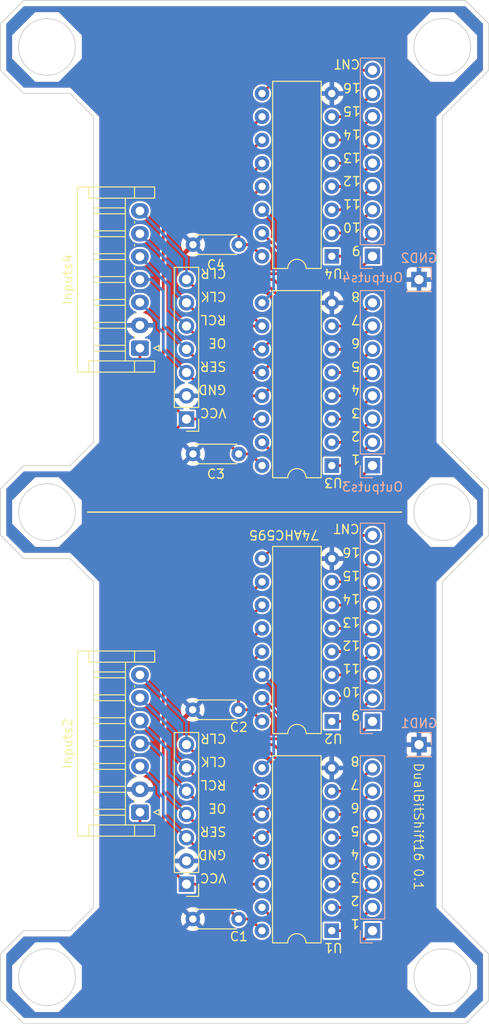
<source format=kicad_pcb>
(kicad_pcb (version 20221018) (generator pcbnew)
  (layers (0 "F.Cu" signal) (31 "B.Cu" signal) (34 "B.Paste" user) (35 "F.Paste" user) (36 "B.SilkS" user "B.Silkscreen") (37 "F.SilkS" user "F.Silkscreen") (38 "B.Mask" user) (39 "F.Mask" user) (44 "Edge.Cuts" user))
  (net 0 "")
  (net 1 "InputSer1")
  (net 2 "OutputEnable1")
  (net 3 "StoreWritten1")
  (net 4 "Clock1")
  (net 5 "Clear1")
  (net 6 "InputSer2")
  (net 7 "OutputEnable2")
  (net 8 "GND")
  (net 9 "StoreWritten2")
  (net 10 "Clock2")
  (net 11 "Clear2")
  (net 12 "Output1_1")
  (net 13 "Output1_2")
  (net 14 "Output1_3")
  (net 15 "+3.3V")
  (net 16 "Output1_4")
  (net 17 "Output1_5")
  (net 18 "Output1_6")
  (net 19 "Output1_7")
  (net 20 "Output1_8")
  (net 21 "Output1_9")
  (net 22 "Output1_10")
  (net 23 "Output1_11")
  (net 24 "Output1_12")
  (net 25 "Output1_13")
  (net 26 "Output1_14")
  (net 27 "Output1_15")
  (net 28 "Output1_16")
  (net 29 "OutputContinuation1_2")
  (net 30 "Output2_1")
  (net 31 "Output2_2")
  (net 32 "Output2_3")
  (net 33 "Output2_4")
  (net 34 "Output2_5")
  (net 35 "Output2_6")
  (net 36 "Output2_7")
  (net 37 "Output2_8")
  (net 38 "Output2_9")
  (net 39 "Output2_10")
  (net 40 "Output2_11")
  (net 41 "Output2_12")
  (net 42 "Output2_13")
  (net 43 "Output2_14")
  (net 44 "Output2_15")
  (net 45 "Output2_16")
  (net 46 "OutputContinuation2_2")
  (net 47 "OutputContinuation1_1")
  (net 48 "OutputContinuation2_1")
  (footprint "Capacitor_THT:C_Disc_D4.3mm_W1.9mm_P5.00mm" (layer "F.Cu") (at 46.355 69.85 180)
    (fp_text reference "C3" (at 2.5 -2.2) (layer "F.SilkS"))
    (fp_text value "C_Small 0.1uF")
    (pad "1" thru_hole circle (at 0 0 180) (size 1.6 1.6) (drill 0.8) (layers "*.Cu" "*.Mask") (net 15 "+3.3V"))
    (pad "2" thru_hole circle (at 5 0 180) (size 1.6 1.6) (drill 0.8) (layers "*.Cu" "*.Mask") (net 8 "GND"))
  )
  (footprint "Package_DIP:DIP-16_W7.62mm" (layer "F.Cu") (at 56.515 71.12 180)
    (fp_text reference "U3" hide)
    (fp_text value "74AHC595")
    (pad "1" thru_hole rect (at 0 0 180) (size 1.6 1.6) (drill 0.8) (layers "*.Cu" "*.Mask") (net 31 "Output2_2"))
    (pad "2" thru_hole oval (at 0 2.54 180) (size 1.6 1.6) (drill 0.8) (layers "*.Cu" "*.Mask") (net 32 "Output2_3"))
    (pad "3" thru_hole oval (at 0 5.08 180) (size 1.6 1.6) (drill 0.8) (layers "*.Cu" "*.Mask") (net 33 "Output2_4"))
    (pad "4" thru_hole oval (at 0 7.62 180) (size 1.6 1.6) (drill 0.8) (layers "*.Cu" "*.Mask") (net 34 "Output2_5"))
    (pad "5" thru_hole oval (at 0 10.16 180) (size 1.6 1.6) (drill 0.8) (layers "*.Cu" "*.Mask") (net 35 "Output2_6"))
    (pad "6" thru_hole oval (at 0 12.7 180) (size 1.6 1.6) (drill 0.8) (layers "*.Cu" "*.Mask") (net 36 "Output2_7"))
    (pad "7" thru_hole oval (at 0 15.24 180) (size 1.6 1.6) (drill 0.8) (layers "*.Cu" "*.Mask") (net 37 "Output2_8"))
    (pad "8" thru_hole oval (at 0 17.78 180) (size 1.6 1.6) (drill 0.8) (layers "*.Cu" "*.Mask") (net 8 "GND"))
    (pad "9" thru_hole oval (at 7.62 17.78 180) (size 1.6 1.6) (drill 0.8) (layers "*.Cu" "*.Mask") (net 48 "OutputContinuation2_1"))
    (pad "10" thru_hole oval (at 7.62 15.24 180) (size 1.6 1.6) (drill 0.8) (layers "*.Cu" "*.Mask") (net 11 "Clear2"))
    (pad "11" thru_hole oval (at 7.62 12.7 180) (size 1.6 1.6) (drill 0.8) (layers "*.Cu" "*.Mask") (net 10 "Clock2"))
    (pad "12" thru_hole oval (at 7.62 10.16 180) (size 1.6 1.6) (drill 0.8) (layers "*.Cu" "*.Mask") (net 9 "StoreWritten2"))
    (pad "13" thru_hole oval (at 7.62 7.62 180) (size 1.6 1.6) (drill 0.8) (layers "*.Cu" "*.Mask") (net 7 "OutputEnable2"))
    (pad "14" thru_hole oval (at 7.62 5.08 180) (size 1.6 1.6) (drill 0.8) (layers "*.Cu" "*.Mask") (net 6 "InputSer2"))
    (pad "15" thru_hole oval (at 7.62 2.54 180) (size 1.6 1.6) (drill 0.8) (layers "*.Cu" "*.Mask") (net 30 "Output2_1"))
    (pad "16" thru_hole oval (at 7.62 0 180) (size 1.6 1.6) (drill 0.8) (layers "*.Cu" "*.Mask") (net 15 "+3.3V"))
  )
  (footprint "Package_DIP:DIP-16_W7.62mm" (layer "F.Cu") (at 56.515 48.26 180)
    (fp_text reference "U4" hide)
    (fp_text value "74AHC595")
    (pad "1" thru_hole rect (at 0 0 180) (size 1.6 1.6) (drill 0.8) (layers "*.Cu" "*.Mask") (net 39 "Output2_10"))
    (pad "2" thru_hole oval (at 0 2.54 180) (size 1.6 1.6) (drill 0.8) (layers "*.Cu" "*.Mask") (net 40 "Output2_11"))
    (pad "3" thru_hole oval (at 0 5.08 180) (size 1.6 1.6) (drill 0.8) (layers "*.Cu" "*.Mask") (net 41 "Output2_12"))
    (pad "4" thru_hole oval (at 0 7.62 180) (size 1.6 1.6) (drill 0.8) (layers "*.Cu" "*.Mask") (net 42 "Output2_13"))
    (pad "5" thru_hole oval (at 0 10.16 180) (size 1.6 1.6) (drill 0.8) (layers "*.Cu" "*.Mask") (net 43 "Output2_14"))
    (pad "6" thru_hole oval (at 0 12.7 180) (size 1.6 1.6) (drill 0.8) (layers "*.Cu" "*.Mask") (net 44 "Output2_15"))
    (pad "7" thru_hole oval (at 0 15.24 180) (size 1.6 1.6) (drill 0.8) (layers "*.Cu" "*.Mask") (net 45 "Output2_16"))
    (pad "8" thru_hole oval (at 0 17.78 180) (size 1.6 1.6) (drill 0.8) (layers "*.Cu" "*.Mask") (net 8 "GND"))
    (pad "9" thru_hole oval (at 7.62 17.78 180) (size 1.6 1.6) (drill 0.8) (layers "*.Cu" "*.Mask") (net 46 "OutputContinuation2_2"))
    (pad "10" thru_hole oval (at 7.62 15.24 180) (size 1.6 1.6) (drill 0.8) (layers "*.Cu" "*.Mask") (net 11 "Clear2"))
    (pad "11" thru_hole oval (at 7.62 12.7 180) (size 1.6 1.6) (drill 0.8) (layers "*.Cu" "*.Mask") (net 10 "Clock2"))
    (pad "12" thru_hole oval (at 7.62 10.16 180) (size 1.6 1.6) (drill 0.8) (layers "*.Cu" "*.Mask") (net 9 "StoreWritten2"))
    (pad "13" thru_hole oval (at 7.62 7.62 180) (size 1.6 1.6) (drill 0.8) (layers "*.Cu" "*.Mask") (net 7 "OutputEnable2"))
    (pad "14" thru_hole oval (at 7.62 5.08 180) (size 1.6 1.6) (drill 0.8) (layers "*.Cu" "*.Mask") (net 48 "OutputContinuation2_1"))
    (pad "15" thru_hole oval (at 7.62 2.54 180) (size 1.6 1.6) (drill 0.8) (layers "*.Cu" "*.Mask") (net 38 "Output2_9"))
    (pad "16" thru_hole oval (at 7.62 0 180) (size 1.6 1.6) (drill 0.8) (layers "*.Cu" "*.Mask") (net 15 "+3.3V"))
  )
  (footprint "Capacitor_THT:C_Disc_D4.3mm_W1.9mm_P5.00mm" (layer "F.Cu") (at 46.315 97.79 180)
    (fp_text reference "C2" (at -0.04 -1.905) (layer "F.SilkS"))
    (fp_text value "C_Small 0.1uF")
    (pad "1" thru_hole circle (at 0 0 180) (size 1.6 1.6) (drill 0.8) (layers "*.Cu" "*.Mask") (net 15 "+3.3V"))
    (pad "2" thru_hole circle (at 5 0 180) (size 1.6 1.6) (drill 0.8) (layers "*.Cu" "*.Mask") (net 8 "GND"))
  )
  (footprint "Connector_PinHeader_2.54mm:PinHeader_1x07_P2.54mm_Vertical" (layer "F.Cu") (at 40.64 116.84 180)
    (fp_text reference "Inputs1" hide)
    (fp_text value "Conn_01x07" hide)
    (pad "1" thru_hole rect (at 0 0 180) (size 1.7 1.7) (drill 1) (layers "*.Cu" "*.Mask") (net 15 "+3.3V"))
    (pad "2" thru_hole oval (at 0 2.54 180) (size 1.7 1.7) (drill 1) (layers "*.Cu" "*.Mask") (net 8 "GND"))
    (pad "3" thru_hole oval (at 0 5.08 180) (size 1.7 1.7) (drill 1) (layers "*.Cu" "*.Mask") (net 1 "InputSer1"))
    (pad "4" thru_hole oval (at 0 7.62 180) (size 1.7 1.7) (drill 1) (layers "*.Cu" "*.Mask") (net 2 "OutputEnable1"))
    (pad "5" thru_hole oval (at 0 10.16 180) (size 1.7 1.7) (drill 1) (layers "*.Cu" "*.Mask") (net 3 "StoreWritten1"))
    (pad "6" thru_hole oval (at 0 12.7 180) (size 1.7 1.7) (drill 1) (layers "*.Cu" "*.Mask") (net 4 "Clock1"))
    (pad "7" thru_hole oval (at 0 15.24 180) (size 1.7 1.7) (drill 1) (layers "*.Cu" "*.Mask") (net 5 "Clear1"))
  )
  (footprint "Connector_JST:JST_EH_S7B-EH_1x07_P2.50mm_Horizontal" (layer "F.Cu") (at 35.5525 58.3 90)
    (fp_text reference "Inputs4" (at 7.5 -7.9 90) (layer "F.SilkS"))
    (fp_text value "Conn_01x07")
    (pad "1" thru_hole roundrect (at 0 0 90) (size 1.7 1.95) (drill 0.95) (layers "*.Cu" "*.Mask") (roundrect_rratio 0.147059) (net 15 "+3.3V"))
    (pad "2" thru_hole oval (at 2.5 0 90) (size 1.7 1.95) (drill 0.95) (layers "*.Cu" "*.Mask") (net 8 "GND"))
    (pad "3" thru_hole oval (at 5 0 90) (size 1.7 1.95) (drill 0.95) (layers "*.Cu" "*.Mask") (net 6 "InputSer2"))
    (pad "4" thru_hole oval (at 7.5 0 90) (size 1.7 1.95) (drill 0.95) (layers "*.Cu" "*.Mask") (net 7 "OutputEnable2"))
    (pad "5" thru_hole oval (at 10 0 90) (size 1.7 1.95) (drill 0.95) (layers "*.Cu" "*.Mask") (net 9 "StoreWritten2"))
    (pad "6" thru_hole oval (at 12.5 0 90) (size 1.7 1.95) (drill 0.95) (layers "*.Cu" "*.Mask") (net 10 "Clock2"))
    (pad "7" thru_hole oval (at 15 0 90) (size 1.7 1.95) (drill 0.95) (layers "*.Cu" "*.Mask") (net 11 "Clear2"))
  )
  (footprint "Capacitor_THT:C_Disc_D4.3mm_W1.9mm_P5.00mm" (layer "F.Cu") (at 46.355 46.99 180)
    (fp_text reference "C4" (at 2.5 -2.2) (layer "F.SilkS"))
    (fp_text value "C_Small 0.1uF")
    (pad "1" thru_hole circle (at 0 0 180) (size 1.6 1.6) (drill 0.8) (layers "*.Cu" "*.Mask") (net 15 "+3.3V"))
    (pad "2" thru_hole circle (at 5 0 180) (size 1.6 1.6) (drill 0.8) (layers "*.Cu" "*.Mask") (net 8 "GND"))
  )
  (footprint "Connector_JST:JST_EH_S7B-EH_1x07_P2.50mm_Horizontal" (layer "F.Cu") (at 35.56 108.98 90)
    (fp_text reference "Inputs2" (at 7.5 -7.9 90) (layer "F.SilkS"))
    (fp_text value "Conn_01x07")
    (pad "1" thru_hole roundrect (at 0 0 90) (size 1.7 1.95) (drill 0.95) (layers "*.Cu" "*.Mask") (roundrect_rratio 0.147059) (net 15 "+3.3V"))
    (pad "2" thru_hole oval (at 2.5 0 90) (size 1.7 1.95) (drill 0.95) (layers "*.Cu" "*.Mask") (net 8 "GND"))
    (pad "3" thru_hole oval (at 5 0 90) (size 1.7 1.95) (drill 0.95) (layers "*.Cu" "*.Mask") (net 1 "InputSer1"))
    (pad "4" thru_hole oval (at 7.5 0 90) (size 1.7 1.95) (drill 0.95) (layers "*.Cu" "*.Mask") (net 2 "OutputEnable1"))
    (pad "5" thru_hole oval (at 10 0 90) (size 1.7 1.95) (drill 0.95) (layers "*.Cu" "*.Mask") (net 3 "StoreWritten1"))
    (pad "6" thru_hole oval (at 12.5 0 90) (size 1.7 1.95) (drill 0.95) (layers "*.Cu" "*.Mask") (net 4 "Clock1"))
    (pad "7" thru_hole oval (at 15 0 90) (size 1.7 1.95) (drill 0.95) (layers "*.Cu" "*.Mask") (net 5 "Clear1"))
  )
  (footprint "Capacitor_THT:C_Disc_D4.3mm_W1.9mm_P5.00mm" (layer "F.Cu") (at 46.335 120.65 180)
    (fp_text reference "C1" (at -0.02 -1.905) (layer "F.SilkS"))
    (fp_text value "C_Small 0.1uF")
    (pad "1" thru_hole circle (at 0 0 180) (size 1.6 1.6) (drill 0.8) (layers "*.Cu" "*.Mask") (net 15 "+3.3V"))
    (pad "2" thru_hole circle (at 5 0 180) (size 1.6 1.6) (drill 0.8) (layers "*.Cu" "*.Mask") (net 8 "GND"))
  )
  (footprint "Package_DIP:DIP-16_W7.62mm" (layer "F.Cu") (at 56.515 99.06 180)
    (fp_text reference "U2" hide)
    (fp_text value "74AHC595")
    (pad "1" thru_hole rect (at 0 0 180) (size 1.6 1.6) (drill 0.8) (layers "*.Cu" "*.Mask") (net 22 "Output1_10"))
    (pad "2" thru_hole oval (at 0 2.54 180) (size 1.6 1.6) (drill 0.8) (layers "*.Cu" "*.Mask") (net 23 "Output1_11"))
    (pad "3" thru_hole oval (at 0 5.08 180) (size 1.6 1.6) (drill 0.8) (layers "*.Cu" "*.Mask") (net 24 "Output1_12"))
    (pad "4" thru_hole oval (at 0 7.62 180) (size 1.6 1.6) (drill 0.8) (layers "*.Cu" "*.Mask") (net 25 "Output1_13"))
    (pad "5" thru_hole oval (at 0 10.16 180) (size 1.6 1.6) (drill 0.8) (layers "*.Cu" "*.Mask") (net 26 "Output1_14"))
    (pad "6" thru_hole oval (at 0 12.7 180) (size 1.6 1.6) (drill 0.8) (layers "*.Cu" "*.Mask") (net 27 "Output1_15"))
    (pad "7" thru_hole oval (at 0 15.24 180) (size 1.6 1.6) (drill 0.8) (layers "*.Cu" "*.Mask") (net 28 "Output1_16"))
    (pad "8" thru_hole oval (at 0 17.78 180) (size 1.6 1.6) (drill 0.8) (layers "*.Cu" "*.Mask") (net 8 "GND"))
    (pad "9" thru_hole oval (at 7.62 17.78 180) (size 1.6 1.6) (drill 0.8) (layers "*.Cu" "*.Mask") (net 29 "OutputContinuation1_2"))
    (pad "10" thru_hole oval (at 7.62 15.24 180) (size 1.6 1.6) (drill 0.8) (layers "*.Cu" "*.Mask") (net 5 "Clear1"))
    (pad "11" thru_hole oval (at 7.62 12.7 180) (size 1.6 1.6) (drill 0.8) (layers "*.Cu" "*.Mask") (net 4 "Clock1"))
    (pad "12" thru_hole oval (at 7.62 10.16 180) (size 1.6 1.6) (drill 0.8) (layers "*.Cu" "*.Mask") (net 3 "StoreWritten1"))
    (pad "13" thru_hole oval (at 7.62 7.62 180) (size 1.6 1.6) (drill 0.8) (layers "*.Cu" "*.Mask") (net 2 "OutputEnable1"))
    (pad "14" thru_hole oval (at 7.62 5.08 180) (size 1.6 1.6) (drill 0.8) (layers "*.Cu" "*.Mask") (net 47 "OutputContinuation1_1"))
    (pad "15" thru_hole oval (at 7.62 2.54 180) (size 1.6 1.6) (drill 0.8) (layers "*.Cu" "*.Mask") (net 21 "Output1_9"))
    (pad "16" thru_hole oval (at 7.62 0 180) (size 1.6 1.6) (drill 0.8) (layers "*.Cu" "*.Mask") (net 15 "+3.3V"))
  )
  (footprint "Package_DIP:DIP-16_W7.62mm" (layer "F.Cu") (at 56.505 121.92 180)
    (fp_text reference "U1" hide)
    (fp_text value "74AHC595")
    (pad "1" thru_hole rect (at 0 0 180) (size 1.6 1.6) (drill 0.8) (layers "*.Cu" "*.Mask") (net 13 "Output1_2"))
    (pad "2" thru_hole oval (at 0 2.54 180) (size 1.6 1.6) (drill 0.8) (layers "*.Cu" "*.Mask") (net 14 "Output1_3"))
    (pad "3" thru_hole oval (at 0 5.08 180) (size 1.6 1.6) (drill 0.8) (layers "*.Cu" "*.Mask") (net 16 "Output1_4"))
    (pad "4" thru_hole oval (at 0 7.62 180) (size 1.6 1.6) (drill 0.8) (layers "*.Cu" "*.Mask") (net 17 "Output1_5"))
    (pad "5" thru_hole oval (at 0 10.16 180) (size 1.6 1.6) (drill 0.8) (layers "*.Cu" "*.Mask") (net 18 "Output1_6"))
    (pad "6" thru_hole oval (at 0 12.7 180) (size 1.6 1.6) (drill 0.8) (layers "*.Cu" "*.Mask") (net 19 "Output1_7"))
    (pad "7" thru_hole oval (at 0 15.24 180) (size 1.6 1.6) (drill 0.8) (layers "*.Cu" "*.Mask") (net 20 "Output1_8"))
    (pad "8" thru_hole oval (at 0 17.78 180) (size 1.6 1.6) (drill 0.8) (layers "*.Cu" "*.Mask") (net 8 "GND"))
    (pad "9" thru_hole oval (at 7.62 17.78 180) (size 1.6 1.6) (drill 0.8) (layers "*.Cu" "*.Mask") (net 47 "OutputContinuation1_1"))
    (pad "10" thru_hole oval (at 7.62 15.24 180) (size 1.6 1.6) (drill 0.8) (layers "*.Cu" "*.Mask") (net 5 "Clear1"))
    (pad "11" thru_hole oval (at 7.62 12.7 180) (size 1.6 1.6) (drill 0.8) (layers "*.Cu" "*.Mask") (net 4 "Clock1"))
    (pad "12" thru_hole oval (at 7.62 10.16 180) (size 1.6 1.6) (drill 0.8) (layers "*.Cu" "*.Mask") (net 3 "StoreWritten1"))
    (pad "13" thru_hole oval (at 7.62 7.62 180) (size 1.6 1.6) (drill 0.8) (layers "*.Cu" "*.Mask") (net 2 "OutputEnable1"))
    (pad "14" thru_hole oval (at 7.62 5.08 180) (size 1.6 1.6) (drill 0.8) (layers "*.Cu" "*.Mask") (net 1 "InputSer1"))
    (pad "15" thru_hole oval (at 7.62 2.54 180) (size 1.6 1.6) (drill 0.8) (layers "*.Cu" "*.Mask") (net 12 "Output1_1"))
    (pad "16" thru_hole oval (at 7.62 0 180) (size 1.6 1.6) (drill 0.8) (layers "*.Cu" "*.Mask") (net 15 "+3.3V"))
  )
  (footprint "Connector_PinHeader_2.54mm:PinHeader_1x07_P2.54mm_Vertical" (layer "F.Cu") (at 40.64 66.04 180)
    (fp_text reference "Inputs3" hide)
    (fp_text value "Conn_01x07")
    (pad "1" thru_hole rect (at 0 0 180) (size 1.7 1.7) (drill 1) (layers "*.Cu" "*.Mask") (net 15 "+3.3V"))
    (pad "2" thru_hole oval (at 0 2.54 180) (size 1.7 1.7) (drill 1) (layers "*.Cu" "*.Mask") (net 8 "GND"))
    (pad "3" thru_hole oval (at 0 5.08 180) (size 1.7 1.7) (drill 1) (layers "*.Cu" "*.Mask") (net 6 "InputSer2"))
    (pad "4" thru_hole oval (at 0 7.62 180) (size 1.7 1.7) (drill 1) (layers "*.Cu" "*.Mask") (net 7 "OutputEnable2"))
    (pad "5" thru_hole oval (at 0 10.16 180) (size 1.7 1.7) (drill 1) (layers "*.Cu" "*.Mask") (net 9 "StoreWritten2"))
    (pad "6" thru_hole oval (at 0 12.7 180) (size 1.7 1.7) (drill 1) (layers "*.Cu" "*.Mask") (net 10 "Clock2"))
    (pad "7" thru_hole oval (at 0 15.24 180) (size 1.7 1.7) (drill 1) (layers "*.Cu" "*.Mask") (net 11 "Clear2"))
  )
  (footprint "Connector_PinHeader_2.54mm:PinHeader_1x08_P2.54mm_Vertical" (layer "B.Cu") (at 60.96 71.12)
    (fp_text reference "Outputs3" (at 0 2.33) (layer "B.SilkS") (effects (justify mirror)))
    (fp_text value "Conn_01x08")
    (pad "1" thru_hole rect (at 0 0) (size 1.7 1.7) (drill 1) (layers "*.Cu" "*.Mask") (net 30 "Output2_1"))
    (pad "2" thru_hole oval (at 0 -2.54) (size 1.7 1.7) (drill 1) (layers "*.Cu" "*.Mask") (net 31 "Output2_2"))
    (pad "3" thru_hole oval (at 0 -5.08) (size 1.7 1.7) (drill 1) (layers "*.Cu" "*.Mask") (net 32 "Output2_3"))
    (pad "4" thru_hole oval (at 0 -7.62) (size 1.7 1.7) (drill 1) (layers "*.Cu" "*.Mask") (net 33 "Output2_4"))
    (pad "5" thru_hole oval (at 0 -10.16) (size 1.7 1.7) (drill 1) (layers "*.Cu" "*.Mask") (net 34 "Output2_5"))
    (pad "6" thru_hole oval (at 0 -12.7) (size 1.7 1.7) (drill 1) (layers "*.Cu" "*.Mask") (net 35 "Output2_6"))
    (pad "7" thru_hole oval (at 0 -15.24) (size 1.7 1.7) (drill 1) (layers "*.Cu" "*.Mask") (net 36 "Output2_7"))
    (pad "8" thru_hole oval (at 0 -17.78) (size 1.7 1.7) (drill 1) (layers "*.Cu" "*.Mask") (net 37 "Output2_8"))
  )
  (footprint "Connector_PinHeader_2.54mm:PinHeader_1x01_P2.54mm_Vertical" (layer "B.Cu") (at 66.04 101.6 180)
    (fp_text reference "GND1" (at 0 2.33) (layer "B.SilkS") (effects (justify mirror)))
    (fp_text value "Conn_01x01")
    (pad "1" thru_hole rect (at 0 0 180) (size 1.7 1.7) (drill 1) (layers "*.Cu" "*.Mask") (net 8 "GND"))
  )
  (footprint "Connector_PinHeader_2.54mm:PinHeader_1x09_P2.54mm_Vertical" (layer "B.Cu") (at 60.96 48.26)
    (fp_text reference "Outputs4" (at 0 2.33) (layer "B.SilkS") (effects (justify mirror)))
    (fp_text value "Conn_01x09")
    (pad "1" thru_hole rect (at 0 0) (size 1.7 1.7) (drill 1) (layers "*.Cu" "*.Mask") (net 38 "Output2_9"))
    (pad "2" thru_hole oval (at 0 -2.54) (size 1.7 1.7) (drill 1) (layers "*.Cu" "*.Mask") (net 39 "Output2_10"))
    (pad "3" thru_hole oval (at 0 -5.08) (size 1.7 1.7) (drill 1) (layers "*.Cu" "*.Mask") (net 40 "Output2_11"))
    (pad "4" thru_hole oval (at 0 -7.62) (size 1.7 1.7) (drill 1) (layers "*.Cu" "*.Mask") (net 41 "Output2_12"))
    (pad "5" thru_hole oval (at 0 -10.16) (size 1.7 1.7) (drill 1) (layers "*.Cu" "*.Mask") (net 42 "Output2_13"))
    (pad "6" thru_hole oval (at 0 -12.7) (size 1.7 1.7) (drill 1) (layers "*.Cu" "*.Mask") (net 43 "Output2_14"))
    (pad "7" thru_hole oval (at 0 -15.24) (size 1.7 1.7) (drill 1) (layers "*.Cu" "*.Mask") (net 44 "Output2_15"))
    (pad "8" thru_hole oval (at 0 -17.78) (size 1.7 1.7) (drill 1) (layers "*.Cu" "*.Mask") (net 45 "Output2_16"))
    (pad "9" thru_hole oval (at 0 -20.32) (size 1.7 1.7) (drill 1) (layers "*.Cu" "*.Mask") (net 46 "OutputContinuation2_2"))
  )
  (footprint "Connector_PinHeader_2.54mm:PinHeader_1x08_P2.54mm_Vertical" (layer "B.Cu") (at 60.96 121.92)
    (fp_text reference "Outputs1" hide)
    (fp_text value "Conn_01x08")
    (pad "1" thru_hole rect (at 0 0) (size 1.7 1.7) (drill 1) (layers "*.Cu" "*.Mask") (net 12 "Output1_1"))
    (pad "2" thru_hole oval (at 0 -2.54) (size 1.7 1.7) (drill 1) (layers "*.Cu" "*.Mask") (net 13 "Output1_2"))
    (pad "3" thru_hole oval (at 0 -5.08) (size 1.7 1.7) (drill 1) (layers "*.Cu" "*.Mask") (net 14 "Output1_3"))
    (pad "4" thru_hole oval (at 0 -7.62) (size 1.7 1.7) (drill 1) (layers "*.Cu" "*.Mask") (net 16 "Output1_4"))
    (pad "5" thru_hole oval (at 0 -10.16) (size 1.7 1.7) (drill 1) (layers "*.Cu" "*.Mask") (net 17 "Output1_5"))
    (pad "6" thru_hole oval (at 0 -12.7) (size 1.7 1.7) (drill 1) (layers "*.Cu" "*.Mask") (net 18 "Output1_6"))
    (pad "7" thru_hole oval (at 0 -15.24) (size 1.7 1.7) (drill 1) (layers "*.Cu" "*.Mask") (net 19 "Output1_7"))
    (pad "8" thru_hole oval (at 0 -17.78) (size 1.7 1.7) (drill 1) (layers "*.Cu" "*.Mask") (net 20 "Output1_8"))
  )
  (footprint "Connector_PinHeader_2.54mm:PinHeader_1x09_P2.54mm_Vertical" (layer "B.Cu") (at 60.96 99.06)
    (fp_text reference "Outputs2" hide)
    (fp_text value "Conn_01x09")
    (pad "1" thru_hole rect (at 0 0) (size 1.7 1.7) (drill 1) (layers "*.Cu" "*.Mask") (net 21 "Output1_9"))
    (pad "2" thru_hole oval (at 0 -2.54) (size 1.7 1.7) (drill 1) (layers "*.Cu" "*.Mask") (net 22 "Output1_10"))
    (pad "3" thru_hole oval (at 0 -5.08) (size 1.7 1.7) (drill 1) (layers "*.Cu" "*.Mask") (net 23 "Output1_11"))
    (pad "4" thru_hole oval (at 0 -7.62) (size 1.7 1.7) (drill 1) (layers "*.Cu" "*.Mask") (net 24 "Output1_12"))
    (pad "5" thru_hole oval (at 0 -10.16) (size 1.7 1.7) (drill 1) (layers "*.Cu" "*.Mask") (net 25 "Output1_13"))
    (pad "6" thru_hole oval (at 0 -12.7) (size 1.7 1.7) (drill 1) (layers "*.Cu" "*.Mask") (net 26 "Output1_14"))
    (pad "7" thru_hole oval (at 0 -15.24) (size 1.7 1.7) (drill 1) (layers "*.Cu" "*.Mask") (net 27 "Output1_15"))
    (pad "8" thru_hole oval (at 0 -17.78) (size 1.7 1.7) (drill 1) (layers "*.Cu" "*.Mask") (net 28 "Output1_16"))
    (pad "9" thru_hole oval (at 0 -20.32) (size 1.7 1.7) (drill 1) (layers "*.Cu" "*.Mask") (net 29 "OutputContinuation1_2"))
  )
  (footprint "Connector_PinHeader_2.54mm:PinHeader_1x01_P2.54mm_Vertical" (layer "B.Cu") (at 66.04 50.8 180)
    (fp_text reference "GND2" (at 0 2.33) (layer "B.SilkS") (effects (justify mirror)))
    (fp_text value "Conn_01x01")
    (pad "1" thru_hole rect (at 0 0 180) (size 1.7 1.7) (drill 1) (layers "*.Cu" "*.Mask") (net 8 "GND"))
  )
  (gr_line (start 64.135 76.2) (end 29.845 76.2) (stroke (width 0.15)) (layer "F.SilkS"))
  (gr_line (start 27.94 30.48) (end 22.86 30.48) (stroke (width 0.1)) (layer "Edge.Cuts"))
  (gr_line (start 68.58 68.58) (end 73.66 73.66) (stroke (width 0.1)) (layer "Edge.Cuts"))
  (gr_line (start 30.48 33.02) (end 27.94 30.48) (stroke (width 0.1)) (layer "Edge.Cuts"))
  (gr_line (start 20.32 22.86) (end 22.86 20.32) (stroke (width 0.1)) (layer "Edge.Cuts"))
  (gr_line (start 73.66 124.46) (end 73.66 129.54) (stroke (width 0.1)) (layer "Edge.Cuts"))
  (gr_line (start 20.32 124.46) (end 20.32 129.54) (stroke (width 0.1)) (layer "Edge.Cuts"))
  (gr_circle (center 68.58 127) (end 71.68 127) (stroke (width 0.1)) (fill none) (layer "Edge.Cuts"))
  (gr_line (start 27.94 71.12) (end 30.48 68.58) (stroke (width 0.1)) (layer "Edge.Cuts"))
  (gr_circle (center 68.58 76.2) (end 71.68 76.2) (stroke (width 0.1)) (fill none) (layer "Edge.Cuts"))
  (gr_line (start 22.86 20.32) (end 71.12 20.32) (stroke (width 0.1)) (layer "Edge.Cuts"))
  (gr_line (start 73.66 78.74) (end 68.58 83.82) (stroke (width 0.1)) (layer "Edge.Cuts"))
  (gr_line (start 30.48 83.82) (end 30.48 119.38) (stroke (width 0.1)) (layer "Edge.Cuts"))
  (gr_line (start 22.86 71.12) (end 27.94 71.12) (stroke (width 0.1)) (layer "Edge.Cuts"))
  (gr_line (start 22.86 121.92) (end 20.32 124.46) (stroke (width 0.1)) (layer "Edge.Cuts"))
  (gr_line (start 20.32 129.54) (end 22.86 132.08) (stroke (width 0.1)) (layer "Edge.Cuts"))
  (gr_line (start 22.86 30.48) (end 20.32 27.94) (stroke (width 0.1)) (layer "Edge.Cuts"))
  (gr_circle (center 25.4 127) (end 28.5 127) (stroke (width 0.1)) (fill none) (layer "Edge.Cuts"))
  (gr_line (start 20.32 73.66) (end 22.86 71.12) (stroke (width 0.1)) (layer "Edge.Cuts"))
  (gr_line (start 30.48 68.58) (end 30.48 33.02) (stroke (width 0.1)) (layer "Edge.Cuts"))
  (gr_line (start 68.58 119.38) (end 73.66 124.46) (stroke (width 0.1)) (layer "Edge.Cuts"))
  (gr_line (start 73.66 27.94) (end 68.58 33.02) (stroke (width 0.1)) (layer "Edge.Cuts"))
  (gr_circle (center 25.4 25.4) (end 28.5 25.4) (stroke (width 0.1)) (fill none) (layer "Edge.Cuts"))
  (gr_line (start 71.12 132.08) (end 73.66 129.54) (stroke (width 0.1)) (layer "Edge.Cuts"))
  (gr_line (start 73.66 73.66) (end 73.66 78.74) (stroke (width 0.1)) (layer "Edge.Cuts"))
  (gr_line (start 68.58 33.02) (end 68.58 68.58) (stroke (width 0.1)) (layer "Edge.Cuts"))
  (gr_line (start 20.32 27.94) (end 20.32 22.86) (stroke (width 0.1)) (layer "Edge.Cuts"))
  (gr_line (start 27.94 81.28) (end 30.48 83.82) (stroke (width 0.1)) (layer "Edge.Cuts"))
  (gr_line (start 22.86 132.08) (end 71.12 132.08) (stroke (width 0.1)) (layer "Edge.Cuts"))
  (gr_line (start 68.58 83.82) (end 68.58 119.38) (stroke (width 0.1)) (layer "Edge.Cuts"))
  (gr_line (start 71.12 20.32) (end 73.66 22.86) (stroke (width 0.1)) (layer "Edge.Cuts"))
  (gr_line (start 27.94 121.92) (end 22.86 121.92) (stroke (width 0.1)) (layer "Edge.Cuts"))
  (gr_line (start 22.86 81.28) (end 27.94 81.28) (stroke (width 0.1)) (layer "Edge.Cuts"))
  (gr_line (start 73.66 22.86) (end 73.66 27.94) (stroke (width 0.1)) (layer "Edge.Cuts"))
  (gr_line (start 20.32 73.66) (end 20.32 78.74) (stroke (width 0.1)) (layer "Edge.Cuts"))
  (gr_line (start 30.48 119.38) (end 27.94 121.92) (stroke (width 0.1)) (layer "Edge.Cuts"))
  (gr_circle (center 68.58 25.4) (end 71.68 25.4) (stroke (width 0.1)) (fill none) (layer "Edge.Cuts"))
  (gr_line (start 20.32 78.74) (end 22.86 81.28) (stroke (width 0.1)) (layer "Edge.Cuts"))
  (gr_circle (center 25.4 76.2) (end 28.5 76.2) (stroke (width 0.1)) (fill none) (layer "Edge.Cuts"))
  (gr_text "74AHC595" (at 55.245 78.105 180) (layer "F.SilkS") (effects (font (size 1 1)) (justify left bottom)))
  (gr_text "5" (at 59.69 59.69 180) (layer "F.SilkS") (effects (font (size 1 1)) (justify left bottom)))
  (gr_text "14" (at 59.75 34.35 180) (layer "F.SilkS") (effects (font (size 1 1)) (justify left bottom)))
  (gr_text "4" (at 59.63 112.97 180) (layer "F.SilkS") (effects (font (size 1 1)) (justify left bottom)))
  (gr_text "RCL" (at 45.085 105.41 180) (layer "F.SilkS") (effects (font (size 1 1)) (justify left bottom)))
  (gr_text "U1\n" (at 57.785 123.19 180) (layer "F.SilkS") (effects (font (size 1 1)) (justify left bottom)))
  (gr_text "6" (at 59.63 107.89 180) (layer "F.SilkS") (effects (font (size 1 1)) (justify left bottom)))
  (gr_text "7" (at 59.63 105.35 180) (layer "F.SilkS") (effects (font (size 1 1)) (justify left bottom)))
  (gr_text "5" (at 59.63 110.43 180) (layer "F.SilkS") (effects (font (size 1 1)) (justify left bottom)))
  (gr_text "U3\n" (at 57.785 72.39 180) (layer "F.SilkS") (effects (font (size 1 1)) (justify left bottom)))
  (gr_text "15" (at 59.75 31.81 180) (layer "F.SilkS") (effects (font (size 1 1)) (justify left bottom)))
  (gr_text "3" (at 59.63 115.51 180) (layer "F.SilkS") (effects (font (size 1 1)) (justify left bottom)))
  (gr_text "U4\n" (at 57.785 49.53 180) (layer "F.SilkS") (effects (font (size 1 1)) (justify left bottom)))
  (gr_text "14" (at 59.69 85.09 180) (layer "F.SilkS") (effects (font (size 1 1)) (justify left bottom)))
  (gr_text "16" (at 59.75 29.27 180) (layer "F.SilkS") (effects (font (size 1 1)) (justify left bottom)))
  (gr_text "3" (at 59.69 64.77 180) (layer "F.SilkS") (effects (font (size 1 1)) (justify left bottom)))
  (gr_text "13" (at 59.69 87.63 180) (layer "F.SilkS") (effects (font (size 1 1)) (justify left bottom)))
  (gr_text "CLR\n" (at 45.085 100.33 180) (layer "F.SilkS") (effects (font (size 1 1)) (justify left bottom)))
  (gr_text "VCC" (at 45.085 64.77 180) (layer "F.SilkS") (effects (font (size 1 1)) (justify left bottom)))
  (gr_text "1" (at 59.69 69.85 180) (layer "F.SilkS") (effects (font (size 1 1)) (justify left bottom)))
  (gr_text "8" (at 59.69 52.07 180) (layer "F.SilkS") (effects (font (size 1 1)) (justify left bottom)))
  (gr_text "12" (at 59.75 39.43 180) (layer "F.SilkS") (effects (font (size 1 1)) (justify left bottom)))
  (gr_text "GND" (at 45.085 62.23 180) (layer "F.SilkS") (effects (font (size 1 1)) (justify left bottom)))
  (gr_text "8" (at 59.63 102.81 180) (layer "F.SilkS") (effects (font (size 1 1)) (justify left bottom)))
  (gr_text "15" (at 59.69 82.55 180) (layer "F.SilkS") (effects (font (size 1 1)) (justify left bottom)))
  (gr_text "CLR\n" (at 45.085 49.53 180) (layer "F.SilkS") (effects (font (size 1 1)) (justify left bottom)))
  (gr_text "OE" (at 45.085 107.95 180) (layer "F.SilkS") (effects (font (size 1 1)) (justify left bottom)))
  (gr_text "U2" (at 57.785 100.33 180) (layer "F.SilkS") (effects (font (size 1 1)) (justify left bottom)))
  (gr_text "GND" (at 45.085 113.03 180) (layer "F.SilkS") (effects (font (size 1 1)) (justify left bottom)))
  (gr_text "DualBitShift16 0.1" (at 65.405 103.505 270) (layer "F.SilkS") (effects (font (size 1 1) (thickness 0.125)) (justify left bottom)))
  (gr_text "CLK" (at 45.085 52.07 180) (layer "F.SilkS") (effects (font (size 1 1)) (justify left bottom)))
  (gr_text "RCL" (at 45.085 54.61 180) (layer "F.SilkS") (effects (font (size 1 1)) (justify left bottom)))
  (gr_text "4" (at 59.69 62.23 180) (layer "F.SilkS") (effects (font (size 1 1)) (justify left bottom)))
  (gr_text "SER" (at 45.085 110.49 180) (layer "F.SilkS") (effects (font (size 1 1)) (justify left bottom)))
  (gr_text "16" (at 59.69 80.01 180) (layer "F.SilkS") (effects (font (size 1 1)) (justify left bottom)))
  (gr_text "13" (at 59.75 36.89 180) (layer "F.SilkS") (effects (font (size 1 1)) (justify left bottom)))
  (gr_text "11" (at 59.75 41.97 180) (layer "F.SilkS") (effects (font (size 1 1)) (justify left bottom)))
  (gr_text "VCC" (at 45.085 115.57 180) (layer "F.SilkS") (effects (font (size 1 1)) (justify left bottom)))
  (gr_text "7" (at 59.69 54.61 180) (layer "F.SilkS") (effects (font (size 1 1)) (justify left bottom)))
  (gr_text "10" (at 59.75 44.51 180) (layer "F.SilkS") (effects (font (size 1 1)) (justify left bottom)))
  (gr_text "9" (at 59.69 97.79 180) (layer "F.SilkS") (effects (font (size 1 1)) (justify left bottom)))
  (gr_text "11" (at 59.69 92.71 180) (layer "F.SilkS") (effects (font (size 1 1)) (justify left bottom)))
  (gr_text "12" (at 59.69 90.17 180) (layer "F.SilkS") (effects (font (size 1 1)) (justify left bottom)))
  (gr_text "OE" (at 45.085 57.15 180) (layer "F.SilkS") (effects (font (size 1 1)) (justify left bottom)))
  (gr_text "CNT" (at 59.69 26.67 180) (layer "F.SilkS") (effects (font (size 1 1)) (justify left bottom)))
  (gr_text "9" (at 59.75 47.05 180) (layer "F.SilkS") (effects (font (size 1 1)) (justify left bottom)))
  (gr_text "CLK" (at 45.085 102.87 180) (layer "F.SilkS") (effects (font (size 1 1)) (justify left bottom)))
  (gr_text "10" (at 59.69 95.25 180) (layer "F.SilkS") (effects (font (size 1 1)) (justify left bottom)))
  (gr_text "2" (at 59.63 118.05 180) (layer "F.SilkS") (effects (font (size 1 1)) (justify left bottom)))
  (gr_text "CNT" (at 59.63 77.41 180) (layer "F.SilkS") (effects (font (size 1 1)) (justify left bottom)))
  (gr_text "1" (at 59.63 120.59 180) (layer "F.SilkS") (effects (font (size 1 1)) (justify left bottom)))
  (gr_text "SER" (at 45.085 59.69 180) (layer "F.SilkS") (effects (font (size 1 1)) (justify left bottom)))
  (gr_text "2" (at 59.69 67.31 180) (layer "F.SilkS") (effects (font (size 1 1)) (justify left bottom)))
  (gr_text "6" (at 59.69 57.15 180) (layer "F.SilkS") (effects (font (size 1 1)) (justify left bottom)))
  (segment (start 45.72 116.84) (end 48.885 116.84) (width 0.3) (layer "F.Cu") (net 1))
  (segment (start 40.64 111.76) (end 45.72 116.84) (width 0.3) (layer "F.Cu") (net 1))
  (segment (start 37.6 106.887106) (end 38.1 107.387106) (width 0.3) (layer "B.Cu") (net 1))
  (segment (start 38.1 109.22) (end 40.64 111.76) (width 0.3) (layer "B.Cu") (net 1))
  (segment (start 35.56 103.98) (end 37.6 106.02) (width 0.3) (layer "B.Cu") (net 1))
  (segment (start 37.6 106.02) (end 37.6 106.887106) (width 0.3) (layer "B.Cu") (net 1))
  (segment (start 38.1 107.387106) (end 38.1 109.22) (width 0.3) (layer "B.Cu") (net 1))
  (segment (start 45.72 114.3) (end 48.885 114.3) (width 0.3) (layer "F.Cu") (net 2))
  (segment (start 50.8 100.965) (end 46.99 100.965) (width 0.3) (layer "F.Cu") (net 2))
  (segment (start 45.085 99.06) (end 45.085 95.25) (width 0.3) (layer "F.Cu") (net 2))
  (segment (start 45.085 95.25) (end 48.895 91.44) (width 0.3) (layer "F.Cu") (net 2))
  (segment (start 40.64 109.22) (end 45.72 114.3) (width 0.3) (layer "F.Cu") (net 2))
  (segment (start 52.065 111.12) (end 52.065 104.78) (width 0.3) (layer "F.Cu") (net 2))
  (segment (start 52.065 104.78) (end 52.07 104.775) (width 0.3) (layer "F.Cu") (net 2))
  (segment (start 52.07 102.235) (end 50.8 100.965) (width 0.3) (layer "F.Cu") (net 2))
  (segment (start 48.885 114.3) (end 52.065 111.12) (width 0.3) (layer "F.Cu") (net 2))
  (segment (start 52.07 104.775) (end 52.07 102.235) (width 0.3) (layer "F.Cu") (net 2))
  (segment (start 46.99 100.965) (end 45.085 99.06) (width 0.3) (layer "F.Cu") (net 2))
  (segment (start 38.1 102.87) (end 38.1 106.68) (width 0.3) (layer "B.Cu") (net 2))
  (segment (start 35.56 101.48) (end 36.71 101.48) (width 0.3) (layer "B.Cu") (net 2))
  (segment (start 36.71 101.48) (end 38.1 102.87) (width 0.3) (layer "B.Cu") (net 2))
  (segment (start 38.1 106.68) (end 40.64 109.22) (width 0.3) (layer "B.Cu") (net 2))
  (segment (start 51.435 102.87) (end 50.165 101.6) (width 0.3) (layer "F.Cu") (net 3))
  (segment (start 44.45 93.345) (end 48.895 88.9) (width 0.3) (layer "F.Cu") (net 3))
  (segment (start 44.45 99.132106) (end 44.45 93.345) (width 0.3) (layer "F.Cu") (net 3))
  (segment (start 45.72 111.76) (end 48.885 111.76) (width 0.3) (layer "F.Cu") (net 3))
  (segment (start 48.885 111.76) (end 51.435 109.21) (width 0.3) (layer "F.Cu") (net 3))
  (segment (start 50.165 101.6) (end 46.917894 101.6) (width 0.3) (layer "F.Cu") (net 3))
  (segment (start 40.64 106.68) (end 45.72 111.76) (width 0.3) (layer "F.Cu") (net 3))
  (segment (start 51.435 109.21) (end 51.435 102.87) (width 0.3) (layer "F.Cu") (net 3))
  (segment (start 46.917894 101.6) (end 44.45 99.132106) (width 0.3) (layer "F.Cu") (net 3))
  (segment (start 38.735 104.775) (end 40.64 106.68) (width 0.3) (layer "B.Cu") (net 3))
  (segment (start 35.56 98.98) (end 35.56 99.06) (width 0.3) (layer "B.Cu") (net 3))
  (segment (start 35.56 99.06) (end 38.735 102.235) (width 0.3) (layer "B.Cu") (net 3))
  (segment (start 38.735 102.235) (end 38.735 104.775) (width 0.3) (layer "B.Cu") (net 3))
  (segment (start 46.845788 102.235) (end 43.815 99.204212) (width 0.3) (layer "F.Cu") (net 4))
  (segment (start 48.885 109.22) (end 50.8 107.305) (width 0.3) (layer "F.Cu") (net 4))
  (segment (start 50.8 107.305) (end 50.8 103.505) (width 0.3) (layer "F.Cu") (net 4))
  (segment (start 49.53 102.235) (end 46.845788 102.235) (width 0.3) (layer "F.Cu") (net 4))
  (segment (start 43.815 99.204212) (end 43.815 91.44) (width 0.3) (layer "F.Cu") (net 4))
  (segment (start 45.72 109.22) (end 48.885 109.22) (width 0.3) (layer "F.Cu") (net 4))
  (segment (start 50.8 103.505) (end 49.53 102.235) (width 0.3) (layer "F.Cu") (net 4))
  (segment (start 40.64 104.14) (end 45.72 109.22) (width 0.3) (layer "F.Cu") (net 4))
  (segment (start 43.815 91.44) (end 48.895 86.36) (width 0.3) (layer "F.Cu") (net 4))
  (segment (start 39.37 102.87) (end 40.64 104.14) (width 0.3) (layer "B.Cu") (net 4))
  (segment (start 35.56 96.48) (end 39.37 100.29) (width 0.3) (layer "B.Cu") (net 4))
  (segment (start 39.37 100.29) (end 39.37 102.87) (width 0.3) (layer "B.Cu") (net 4))
  (segment (start 40.64 101.6) (end 45.72 106.68) (width 0.3) (layer "F.Cu") (net 5))
  (segment (start 43.18 100.975) (end 43.18 89.535) (width 0.3) (layer "F.Cu") (net 5))
  (segment (start 45.72 106.68) (end 48.885 106.68) (width 0.3) (layer "F.Cu") (net 5))
  (segment (start 48.885 106.68) (end 43.18 100.975) (width 0.3) (layer "F.Cu") (net 5))
  (segment (start 43.18 89.535) (end 48.895 83.82) (width 0.3) (layer "F.Cu") (net 5))
  (segment (start 40.64 99.06) (end 40.64 101.6) (width 0.3) (layer "B.Cu") (net 5))
  (segment (start 35.56 93.98) (end 40.64 99.06) (width 0.3) (layer "B.Cu") (net 5))
  (segment (start 45.72 66.04) (end 48.895 66.04) (width 0.3) (layer "F.Cu") (net 6))
  (segment (start 40.64 60.96) (end 45.72 66.04) (width 0.3) (layer "F.Cu") (net 6))
  (segment (start 38.1 56.587106) (end 38.1 58.42) (width 0.3) (layer "B.Cu") (net 6))
  (segment (start 37.6 55.3475) (end 37.6 56.087107) (width 0.3) (layer "B.Cu") (net 6))
  (segment (start 37.6 56.087107) (end 38.1 56.587106) (width 0.3) (layer "B.Cu") (net 6))
  (segment (start 38.1 58.42) (end 40.64 60.96) (width 0.3) (layer "B.Cu") (net 6))
  (segment (start 35.5525 53.3) (end 37.6 55.3475) (width 0.3) (layer "B.Cu") (net 6))
  (segment (start 45.085 44.45) (end 48.895 40.64) (width 0.3) (layer "F.Cu") (net 7))
  (segment (start 45.72 63.5) (end 48.895 63.5) (width 0.3) (layer "F.Cu") (net 7))
  (segment (start 48.895 63.5) (end 52.07 60.325) (width 0.3) (layer "F.Cu") (net 7))
  (segment (start 40.64 58.42) (end 45.72 63.5) (width 0.3) (layer "F.Cu") (net 7))
  (segment (start 45.085 48.133815) (end 45.085 44.45) (width 0.3) (layer "F.Cu") (net 7))
  (segment (start 52.07 51.435) (end 50.8 50.165) (width 0.3) (layer "F.Cu") (net 7))
  (segment (start 47.116185 50.165) (end 45.085 48.133815) (width 0.3) (layer "F.Cu") (net 7))
  (segment (start 50.8 50.165) (end 47.116185 50.165) (width 0.3) (layer "F.Cu") (net 7))
  (segment (start 52.07 60.325) (end 52.07 51.435) (width 0.3) (layer "F.Cu") (net 7))
  (segment (start 36.83 50.8) (end 35.5525 50.8) (width 0.3) (layer "B.Cu") (net 7))
  (segment (start 38.1 55.88) (end 38.1 52.07) (width 0.3) (layer "B.Cu") (net 7))
  (segment (start 40.64 58.42) (end 38.1 55.88) (width 0.3) (layer "B.Cu") (net 7))
  (segment (start 38.1 52.07) (end 36.83 50.8) (width 0.3) (layer "B.Cu") (net 7))
  (segment (start 44.45 42.545) (end 48.895 38.1) (width 0.3) (layer "F.Cu") (net 9))
  (segment (start 51.435 52.07) (end 50.165 50.8) (width 0.3) (layer "F.Cu") (net 9))
  (segment (start 48.895 60.96) (end 51.435 58.42) (width 0.3) (layer "F.Cu") (net 9))
  (segment (start 50.165 50.8) (end 47.044079 50.8) (width 0.3) (layer "F.Cu") (net 9))
  (segment (start 51.435 58.42) (end 51.435 52.07) (width 0.3) (layer "F.Cu") (net 9))
  (segment (start 45.72 60.96) (end 48.895 60.96) (width 0.3) (layer "F.Cu") (net 9))
  (segment (start 40.64 55.88) (end 45.72 60.96) (width 0.3) (layer "F.Cu") (net 9))
  (segment (start 44.45 48.205921) (end 44.45 42.545) (width 0.3) (layer "F.Cu") (net 9))
  (segment (start 47.044079 50.8) (end 44.45 48.205921) (width 0.3) (layer "F.Cu") (net 9))
  (segment (start 38.735 51.4825) (end 38.735 53.975) (width 0.3) (layer "B.Cu") (net 9))
  (segment (start 38.735 53.975) (end 40.64 55.88) (width 0.3) (layer "B.Cu") (net 9))
  (segment (start 35.5525 48.3) (end 38.735 51.4825) (width 0.3) (layer "B.Cu") (net 9))
  (segment (start 43.815 40.64) (end 48.895 35.56) (width 0.3) (layer "F.Cu") (net 10))
  (segment (start 50.8 52.705) (end 49.53 51.435) (width 0.3) (layer "F.Cu") (net 10))
  (segment (start 49.53 51.435) (end 46.971973 51.435) (width 0.3) (layer "F.Cu") (net 10))
  (segment (start 48.895 58.42) (end 50.8 56.515) (width 0.3) (layer "F.Cu") (net 10))
  (segment (start 43.815 48.278027) (end 43.815 40.64) (width 0.3) (layer "F.Cu") (net 10))
  (segment (start 40.64 53.34) (end 45.72 58.42) (width 0.3) (layer "F.Cu") (net 10))
  (segment (start 46.971973 51.435) (end 43.815 48.278027) (width 0.3) (layer "F.Cu") (net 10))
  (segment (start 50.8 56.515) (end 50.8 52.705) (width 0.3) (layer "F.Cu") (net 10))
  (segment (start 45.72 58.42) (end 48.895 58.42) (width 0.3) (layer "F.Cu") (net 10))
  (segment (start 39.37 52.07) (end 40.64 53.34) (width 0.3) (layer "B.Cu") (net 10))
  (segment (start 39.37 49.6175) (end 39.37 52.07) (width 0.3) (layer "B.Cu") (net 10))
  (segment (start 35.5525 45.8) (end 39.37 49.6175) (width 0.3) (layer "B.Cu") (net 10))
  (segment (start 40.64 50.8) (end 45.72 55.88) (width 0.3) (layer "F.Cu") (net 11))
  (segment (start 43.18 38.735) (end 48.895 33.02) (width 0.3) (layer "F.Cu") (net 11))
  (segment (start 43.18 50.165) (end 43.18 38.735) (width 0.3) (layer "F.Cu") (net 11))
  (segment (start 45.72 55.88) (end 48.895 55.88) (width 0.3) (layer "F.Cu") (net 11))
  (segment (start 48.895 55.88) (end 43.18 50.165) (width 0.3) (layer "F.Cu") (net 11))
  (segment (start 40.64 48.3875) (end 40.64 50.8) (width 0.3) (layer "B.Cu") (net 11))
  (segment (start 35.5525 43.3) (end 40.64 48.3875) (width 0.3) (layer "B.Cu") (net 11))
  (segment (start 52.695 123.19) (end 59.69 123.19) (width 0.3) (layer "F.Cu") (net 12))
  (segment (start 59.69 123.19) (end 60.96 121.92) (width 0.3) (layer "F.Cu") (net 12))
  (segment (start 48.885 119.38) (end 52.695 123.19) (width 0.3) (layer "F.Cu") (net 12))
  (segment (start 56.505 121.92) (end 58.42 121.92) (width 0.3) (layer "F.Cu") (net 13))
  (segment (start 58.42 121.92) (end 60.96 119.38) (width 0.3) (layer "F.Cu") (net 13))
  (segment (start 56.505 119.38) (end 58.42 119.38) (width 0.3) (layer "F.Cu") (net 14))
  (segment (start 58.42 119.38) (end 60.96 116.84) (width 0.3) (layer "F.Cu") (net 14))
  (segment (start 46.355 43.887106) (end 46.355 46.99) (width 0.3) (layer "F.Cu") (net 15))
  (segment (start 38.1 63.5) (end 38.1 39.0525) (width 0.3) (layer "F.Cu") (net 15))
  (segment (start 46.315 94.727106) (end 46.315 97.79) (width 0.3) (layer "F.Cu") (net 15))
  (segment (start 49.215293 92.746053) (end 48.296053 92.746053) (width 0.3) (layer "F.Cu") (net 15))
  (segment (start 46.335 120.65) (end 47.615 120.65) (width 0.3) (layer "F.Cu") (net 15))
  (segment (start 40.64 66.04) (end 42.545 66.04) (width 0.3) (layer "F.Cu") (net 15))
  (segment (start 40.64 116.84) (end 38.1 114.3) (width 0.3) (layer "F.Cu") (net 15))
  (segment (start 47.615 120.65) (end 48.885 121.92) (width 0.3) (layer "F.Cu") (net 15))
  (segment (start 47.625 46.99) (end 48.895 48.26) (width 0.3) (layer "F.Cu") (net 15))
  (segment (start 50.165 91.796346) (end 49.215293 92.746053) (width 0.3) (layer "F.Cu") (net 15))
  (segment (start 45.4025 31.75) (end 49.390673 31.75) (width 0.3) (layer "F.Cu") (net 15))
  (segment (start 42.525 116.84) (end 46.335 120.65) (width 0.3) (layer "F.Cu") (net 15))
  (segment (start 49.371346 41.79) (end 48.452106 41.79) (width 0.3) (layer "F.Cu") (net 15))
  (segment (start 50.165 32.524327) (end 50.165 40.996346) (width 0.3) (layer "F.Cu") (net 15))
  (segment (start 35.56 111.76) (end 38.1 114.3) (width 0.3) (layer "F.Cu") (net 15))
  (segment (start 40.64 66.04) (end 38.1 63.5) (width 0.3) (layer "F.Cu") (net 15))
  (segment (start 50.165 40.996346) (end 49.371346 41.79) (width 0.3) (layer "F.Cu") (net 15))
  (segment (start 46.315 97.79) (end 47.625 97.79) (width 0.3) (layer "F.Cu") (net 15))
  (segment (start 38.1 68.58) (end 40.64 66.04) (width 0.3) (layer "F.Cu") (net 15))
  (segment (start 48.452106 41.79) (end 46.355 43.887106) (width 0.3) (layer "F.Cu") (net 15))
  (segment (start 40.64 116.84) (end 42.525 116.84) (width 0.3) (layer "F.Cu") (net 15))
  (segment (start 47.625 69.85) (end 48.895 71.12) (width 0.3) (layer "F.Cu") (net 15))
  (segment (start 38.1 90.17) (end 45.72 82.55) (width 0.3) (layer "F.Cu") (net 15))
  (segment (start 42.545 66.04) (end 46.355 69.85) (width 0.3) (layer "F.Cu") (net 15))
  (segment (start 49.708173 82.55) (end 50.165 83.006827) (width 0.3) (layer "F.Cu") (net 15))
  (segment (start 35.5525 60.9525) (end 35.5525 58.3) (width 0.3) (layer "F.Cu") (net 15))
  (segment (start 46.355 46.99) (end 47.625 46.99) (width 0.3) (layer "F.Cu") (net 15))
  (segment (start 46.355 69.85) (end 47.625 69.85) (width 0.3) (layer "F.Cu") (net 15))
  (segment (start 50.165 83.006827) (end 50.165 91.796346) (width 0.3) (layer "F.Cu") (net 15))
  (segment (start 38.1 39.0525) (end 45.4025 31.75) (width 0.3) (layer "F.Cu") (net 15))
  (segment (start 35.56 108.98) (end 35.56 111.76) (width 0.3) (layer "F.Cu") (net 15))
  (segment (start 45.72 82.55) (end 49.708173 82.55) (width 0.3) (layer "F.Cu") (net 15))
  (segment (start 47.625 97.79) (end 48.895 99.06) (width 0.3) (layer "F.Cu") (net 15))
  (segment (start 38.1 63.5) (end 35.5525 60.9525) (width 0.3) (layer "F.Cu") (net 15))
  (segment (start 48.296053 92.746053) (end 46.315 94.727106) (width 0.3) (layer "F.Cu") (net 15))
  (segment (start 49.390673 31.75) (end 50.165 32.524327) (width 0.3) (layer "F.Cu") (net 15))
  (segment (start 38.1 114.3) (end 38.1 90.17) (width 0.3) (layer "F.Cu") (net 15))
  (segment (start 38.1 90.17) (end 38.1 68.58) (width 0.3) (layer "F.Cu") (net 15))
  (segment (start 56.505 116.84) (end 58.42 116.84) (width 0.3) (layer "F.Cu") (net 16))
  (segment (start 58.42 116.84) (end 60.96 114.3) (width 0.3) (layer "F.Cu") (net 16))
  (segment (start 56.505 114.3) (end 58.42 114.3) (width 0.3) (layer "F.Cu") (net 17))
  (segment (start 58.42 114.3) (end 60.96 111.76) (width 0.3) (layer "F.Cu") (net 17))
  (segment (start 56.505 111.76) (end 58.42 111.76) (width 0.3) (layer "F.Cu") (net 18))
  (segment (start 58.42 111.76) (end 60.96 109.22) (width 0.3) (layer "F.Cu") (net 18))
  (segment (start 56.505 109.22) (end 58.42 109.22) (width 0.3) (layer "F.Cu") (net 19))
  (segment (start 58.42 109.22) (end 60.96 106.68) (width 0.3) (layer "F.Cu") (net 19))
  (segment (start 58.42 106.68) (end 60.96 104.14) (width 0.3) (layer "F.Cu") (net 20))
  (segment (start 56.505 106.68) (end 58.42 106.68) (width 0.3) (layer "F.Cu") (net 20))
  (segment (start 48.895 96.52) (end 52.705 100.33) (width 0.3) (layer "F.Cu") (net 21))
  (segment (start 59.69 100.33) (end 60.96 99.06) (width 0.3) (layer "F.Cu") (net 21))
  (segment (start 52.705 100.33) (end 59.69 100.33) (width 0.3) (layer "F.Cu") (net 21))
  (segment (start 56.515 99.06) (end 58.42 99.06) (width 0.3) (layer "F.Cu") (net 22))
  (segment (start 58.42 99.06) (end 60.96 96.52) (width 0.3) (layer "F.Cu") (net 22))
  (segment (start 56.515 96.52) (end 58.42 96.52) (width 0.3) (layer "F.Cu") (net 23))
  (segment (start 58.42 96.52) (end 60.96 93.98) (width 0.3) (layer "F.Cu") (net 23))
  (segment (start 56.515 93.98) (end 58.42 93.98) (width 0.3) (layer "F.Cu") (net 24))
  (segment (start 58.42 93.98) (end 60.96 91.44) (width 0.3) (layer "F.Cu") (net 24))
  (segment (start 58.42 91.44) (end 60.96 88.9) (width 0.3) (layer "F.Cu") (net 25))
  (segment (start 56.515 91.44) (end 58.42 91.44) (width 0.3) (layer "F.Cu") (net 25))
  (segment (start 56.515 88.9) (end 58.42 88.9) (width 0.3) (layer "F.Cu") (net 26))
  (segment (start 58.42 88.9) (end 60.96 86.36) (width 0.3) (layer "F.Cu") (net 26))
  (segment (start 56.515 86.36) (end 58.42 86.36) (width 0.3) (layer "F.Cu") (net 27))
  (segment (start 58.42 86.36) (end 60.96 83.82) (width 0.3) (layer "F.Cu") (net 27))
  (segment (start 58.42 83.82) (end 60.96 81.28) (width 0.3) (layer "F.Cu") (net 28))
  (segment (start 56.515 83.82) (end 58.42 83.82) (width 0.3) (layer "F.Cu") (net 28))
  (segment (start 48.895 81.28) (end 51.435 78.74) (width 0.3) (layer "F.Cu") (net 29))
  (segment (start 51.435 78.74) (end 60.96 78.74) (width 0.3) (layer "F.Cu") (net 29))
  (segment (start 59.69 72.39) (end 52.705 72.39) (width 0.3) (layer "F.Cu") (net 30))
  (segment (start 60.96 71.12) (end 59.69 72.39) (width 0.3) (layer "F.Cu") (net 30))
  (segment (start 52.705 72.39) (end 48.895 68.58) (width 0.3) (layer "F.Cu") (net 30))
  (segment (start 56.515 71.12) (end 58.42 71.12) (width 0.3) (layer "F.Cu") (net 31))
  (segment (start 58.42 71.12) (end 60.96 68.58) (width 0.3) (layer "F.Cu") (net 31))
  (segment (start 58.42 68.58) (end 60.96 66.04) (width 0.3) (layer "F.Cu") (net 32))
  (segment (start 56.515 68.58) (end 58.42 68.58) (width 0.3) (layer "F.Cu") (net 32))
  (segment (start 58.42 66.04) (end 60.96 63.5) (width 0.3) (layer "F.Cu") (net 33))
  (segment (start 56.515 66.04) (end 58.42 66.04) (width 0.3) (layer "F.Cu") (net 33))
  (segment (start 58.42 63.5) (end 60.96 60.96) (width 0.3) (layer "F.Cu") (net 34))
  (segment (start 56.515 63.5) (end 58.42 63.5) (width 0.3) (layer "F.Cu") (net 34))
  (segment (start 56.515 60.96) (end 58.42 60.96) (width 0.3) (layer "F.Cu") (net 35))
  (segment (start 58.42 60.96) (end 60.96 58.42) (width 0.3) (layer "F.Cu") (net 35))
  (segment (start 56.515 58.42) (end 58.42 58.42) (width 0.3) (layer "F.Cu") (net 36))
  (segment (start 58.42 58.42) (end 60.96 55.88) (width 0.3) (layer "F.Cu") (net 36))
  (segment (start 56.515 55.88) (end 58.42 55.88) (width 0.3) (layer "F.Cu") (net 37))
  (segment (start 58.42 55.88) (end 60.96 53.34) (width 0.3) (layer "F.Cu") (net 37))
  (segment (start 60.96 48.26) (end 59.69 49.53) (width 0.3) (layer "F.Cu") (net 38))
  (segment (start 59.69 49.53) (end 52.705 49.53) (width 0.3) (layer "F.Cu") (net 38))
  (segment (start 52.705 49.53) (end 48.895 45.72) (width 0.3) (layer "F.Cu") (net 38))
  (segment (start 58.42 48.26) (end 60.96 45.72) (width 0.3) (layer "F.Cu") (net 39))
  (segment (start 56.515 48.26) (end 58.42 48.26) (width 0.3) (layer "F.Cu") (net 39))
  (segment (start 56.515 45.72) (end 58.42 45.72) (width 0.3) (layer "F.Cu") (net 40))
  (segment (start 58.42 45.72) (end 60.96 43.18) (width 0.3) (layer "F.Cu") (net 40))
  (segment (start 58.42 43.18) (end 60.96 40.64) (width 0.3) (layer "F.Cu") (net 41))
  (segment (start 56.515 43.18) (end 58.42 43.18) (width 0.3) (layer "F.Cu") (net 41))
  (segment (start 58.42 40.64) (end 60.96 38.1) (width 0.3) (layer "F.Cu") (net 42))
  (segment (start 56.515 40.64) (end 58.42 40.64) (width 0.3) (layer "F.Cu") (net 42))
  (segment (start 58.42 38.1) (end 60.96 35.56) (width 0.3) (layer "F.Cu") (net 43))
  (segment (start 56.515 38.1) (end 58.42 38.1) (width 0.3) (layer "F.Cu") (net 43))
  (segment (start 58.42 35.56) (end 60.96 33.02) (width 0.3) (layer "F.Cu") (net 44))
  (segment (start 56.515 35.56) (end 58.42 35.56) (width 0.3) (layer "F.Cu") (net 44))
  (segment (start 58.42 33.02) (end 60.96 30.48) (width 0.3) (layer "F.Cu") (net 45))
  (segment (start 56.515 33.02) (end 58.42 33.02) (width 0.3) (layer "F.Cu") (net 45))
  (segment (start 51.435 27.94) (end 48.895 30.48) (width 0.3) (layer "F.Cu") (net 46))
  (segment (start 60.96 27.94) (end 51.435 27.94) (width 0.3) (layer "F.Cu") (net 46))
  (segment (start 48.885 104.14) (end 50.165 102.86) (width 0.3) (layer "B.Cu") (net 47))
  (segment (start 50.165 95.25) (end 48.895 93.98) (width 0.3) (layer "B.Cu") (net 47))
  (segment (start 50.165 102.86) (end 50.165 95.25) (width 0.3) (layer "B.Cu") (net 47))
  (segment (start 50.165 52.07) (end 50.165 44.45) (width 0.3) (layer "B.Cu") (net 48))
  (segment (start 50.165 44.45) (end 48.895 43.18) (width 0.3) (layer "B.Cu") (net 48))
  (segment (start 48.895 53.34) (end 50.165 52.07) (width 0.3) (layer "B.Cu") (net 48))
  (zone (net 8) (net_name "GND") (layers "F&B.Cu") (connect_pads (clearance 0.2)) (min_thickness 0.2) (fill yes (thermal_gap 0.5) (thermal_bridge_width 0.5))
    (polygon (pts (xy 73.025 73.66) (xy 73.025 78.74) (xy 67.945 83.82) (xy 67.945 119.38) (xy 73.025 124.46) (xy 73.025 129.54) (xy 71.12 131.445) (xy 22.86 131.445) (xy 20.955 129.54) (xy 20.955 124.46) (xy 22.86 122.555) (xy 27.94 122.555) (xy 31.115 119.38) (xy 31.115 83.82) (xy 27.94 80.645) (xy 22.86 80.645) (xy 20.955 78.74) (xy 20.955 73.66) (xy 22.86 71.755) (xy 27.94 71.755) (xy 31.115 68.58) (xy 31.115 33.02) (xy 27.94 29.845) (xy 22.86 29.845) (xy 20.955 27.94) (xy 20.955 22.86) (xy 22.86 20.955) (xy 71.12 20.955) (xy 73.025 22.86) (xy 73.025 27.94) (xy 67.945 33.02) (xy 67.945 68.58)))
  )
  (zone (net 0) (net_name "") (layers "F&B.Cu") (connect_pads (clearance 0)) (min_thickness 0.25)
    (keepout (tracks allowed) (vias allowed) (pads allowed) (copperpour not_allowed) (footprints allowed))
    (fill (thermal_gap 0.5) (thermal_bridge_width 0.5))
    (polygon (pts (xy 69.85 80.01) (xy 72.39 77.47) (xy 72.39 74.93) (xy 69.85 72.39) (xy 67.31 72.39) (xy 64.77 74.93) (xy 64.77 77.47) (xy 67.31 80.01)))
  )
  (zone (net 0) (net_name "") (layers "F&B.Cu") (connect_pads (clearance 0)) (min_thickness 0.25)
    (keepout (tracks allowed) (vias allowed) (pads allowed) (copperpour not_allowed) (footprints allowed))
    (fill (thermal_gap 0.5) (thermal_bridge_width 0.5))
    (polygon (pts (xy 26.67 29.21) (xy 29.21 26.67) (xy 29.21 24.13) (xy 26.67 21.59) (xy 24.13 21.59) (xy 21.59 24.13) (xy 21.59 26.67) (xy 24.13 29.21)))
  )
  (zone (net 0) (net_name "") (layers "F&B.Cu") (connect_pads (clearance 0)) (min_thickness 0.25)
    (keepout (tracks allowed) (vias allowed) (pads allowed) (copperpour not_allowed) (footprints allowed))
    (fill (thermal_gap 0.5) (thermal_bridge_width 0.5))
    (polygon (pts (xy 69.85 130.81) (xy 72.39 128.27) (xy 72.39 125.73) (xy 69.85 123.19) (xy 67.31 123.19) (xy 64.77 125.73) (xy 64.77 128.27) (xy 67.31 130.81)))
  )
  (zone (net 0) (net_name "") (layers "F&B.Cu") (connect_pads (clearance 0)) (min_thickness 0.25)
    (keepout (tracks allowed) (vias allowed) (pads allowed) (copperpour not_allowed) (footprints allowed))
    (fill (thermal_gap 0.5) (thermal_bridge_width 0.5))
    (polygon (pts (xy 26.67 80.01) (xy 29.21 77.47) (xy 29.21 74.93) (xy 26.67 72.39) (xy 24.13 72.39) (xy 21.59 74.93) (xy 21.59 77.47) (xy 24.13 80.01)))
  )
  (zone (net 0) (net_name "") (layers "F&B.Cu") (connect_pads (clearance 0)) (min_thickness 0.25)
    (keepout (tracks allowed) (vias allowed) (pads allowed) (copperpour not_allowed) (footprints allowed))
    (fill (thermal_gap 0.5) (thermal_bridge_width 0.5))
    (polygon (pts (xy 26.67 130.81) (xy 29.21 128.27) (xy 29.21 125.73) (xy 26.67 123.19) (xy 24.13 123.19) (xy 21.59 125.73) (xy 21.59 128.27) (xy 24.13 130.81)))
  )
  (zone (net 0) (net_name "") (layers "F&B.Cu") (connect_pads (clearance 0)) (min_thickness 0.25)
    (keepout (tracks allowed) (vias allowed) (pads allowed) (copperpour not_allowed) (footprints allowed))
    (fill (thermal_gap 0.5) (thermal_bridge_width 0.5))
    (polygon (pts (xy 69.85 29.21) (xy 72.39 26.67) (xy 72.39 24.13) (xy 69.85 21.59) (xy 67.31 21.59) (xy 64.77 24.13) (xy 64.77 26.67) (xy 67.31 29.21)))
  )
)
</source>
